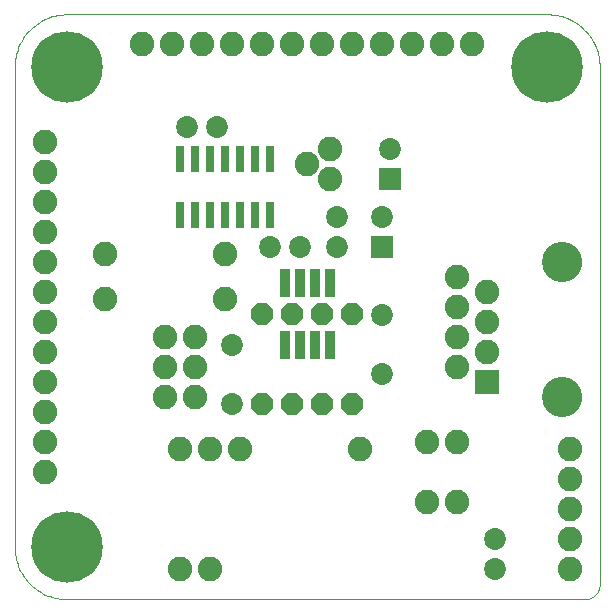
<source format=gts>
G75*
G70*
%OFA0B0*%
%FSLAX24Y24*%
%IPPOS*%
%LPD*%
%AMOC8*
5,1,8,0,0,1.08239X$1,22.5*
%
%ADD10C,0.0000*%
%ADD11C,0.0820*%
%ADD12R,0.0300X0.0860*%
%ADD13R,0.0820X0.0820*%
%ADD14C,0.1340*%
%ADD15C,0.0730*%
%ADD16C,0.2380*%
%ADD17OC8,0.0710*%
%ADD18R,0.0320X0.0950*%
%ADD19R,0.0730X0.0730*%
D10*
X002425Y000675D02*
X019675Y000675D01*
X019719Y000677D01*
X019762Y000683D01*
X019804Y000692D01*
X019846Y000705D01*
X019886Y000722D01*
X019925Y000742D01*
X019962Y000765D01*
X019996Y000792D01*
X020029Y000821D01*
X020058Y000854D01*
X020085Y000888D01*
X020108Y000925D01*
X020128Y000964D01*
X020145Y001004D01*
X020158Y001046D01*
X020167Y001088D01*
X020173Y001131D01*
X020175Y001175D01*
X020175Y018425D01*
X020173Y018508D01*
X020167Y018591D01*
X020157Y018674D01*
X020143Y018756D01*
X020126Y018838D01*
X020104Y018918D01*
X020079Y018997D01*
X020050Y019075D01*
X020017Y019152D01*
X019980Y019227D01*
X019941Y019300D01*
X019897Y019371D01*
X019851Y019440D01*
X019801Y019507D01*
X019748Y019571D01*
X019692Y019633D01*
X019633Y019692D01*
X019571Y019748D01*
X019507Y019801D01*
X019440Y019851D01*
X019371Y019897D01*
X019300Y019941D01*
X019227Y019980D01*
X019152Y020017D01*
X019075Y020050D01*
X018997Y020079D01*
X018918Y020104D01*
X018838Y020126D01*
X018756Y020143D01*
X018674Y020157D01*
X018591Y020167D01*
X018508Y020173D01*
X018425Y020175D01*
X002425Y020175D01*
X002342Y020173D01*
X002259Y020167D01*
X002176Y020157D01*
X002094Y020143D01*
X002012Y020126D01*
X001932Y020104D01*
X001853Y020079D01*
X001775Y020050D01*
X001698Y020017D01*
X001623Y019980D01*
X001550Y019941D01*
X001479Y019897D01*
X001410Y019851D01*
X001343Y019801D01*
X001279Y019748D01*
X001217Y019692D01*
X001158Y019633D01*
X001102Y019571D01*
X001049Y019507D01*
X000999Y019440D01*
X000953Y019371D01*
X000909Y019300D01*
X000870Y019227D01*
X000833Y019152D01*
X000800Y019075D01*
X000771Y018997D01*
X000746Y018918D01*
X000724Y018838D01*
X000707Y018756D01*
X000693Y018674D01*
X000683Y018591D01*
X000677Y018508D01*
X000675Y018425D01*
X000675Y002425D01*
X000677Y002342D01*
X000683Y002259D01*
X000693Y002176D01*
X000707Y002094D01*
X000724Y002012D01*
X000746Y001932D01*
X000771Y001853D01*
X000800Y001775D01*
X000833Y001698D01*
X000870Y001623D01*
X000909Y001550D01*
X000953Y001479D01*
X000999Y001410D01*
X001049Y001343D01*
X001102Y001279D01*
X001158Y001217D01*
X001217Y001158D01*
X001279Y001102D01*
X001343Y001049D01*
X001410Y000999D01*
X001479Y000953D01*
X001550Y000909D01*
X001623Y000870D01*
X001698Y000833D01*
X001775Y000800D01*
X001853Y000771D01*
X001932Y000746D01*
X002012Y000724D01*
X002094Y000707D01*
X002176Y000693D01*
X002259Y000683D01*
X002342Y000677D01*
X002425Y000675D01*
X018295Y007425D02*
X018297Y007475D01*
X018303Y007525D01*
X018313Y007574D01*
X018327Y007622D01*
X018344Y007669D01*
X018365Y007714D01*
X018390Y007758D01*
X018418Y007799D01*
X018450Y007838D01*
X018484Y007875D01*
X018521Y007909D01*
X018561Y007939D01*
X018603Y007966D01*
X018647Y007990D01*
X018693Y008011D01*
X018740Y008027D01*
X018788Y008040D01*
X018838Y008049D01*
X018887Y008054D01*
X018938Y008055D01*
X018988Y008052D01*
X019037Y008045D01*
X019086Y008034D01*
X019134Y008019D01*
X019180Y008001D01*
X019225Y007979D01*
X019268Y007953D01*
X019309Y007924D01*
X019348Y007892D01*
X019384Y007857D01*
X019416Y007819D01*
X019446Y007779D01*
X019473Y007736D01*
X019496Y007692D01*
X019515Y007646D01*
X019531Y007598D01*
X019543Y007549D01*
X019551Y007500D01*
X019555Y007450D01*
X019555Y007400D01*
X019551Y007350D01*
X019543Y007301D01*
X019531Y007252D01*
X019515Y007204D01*
X019496Y007158D01*
X019473Y007114D01*
X019446Y007071D01*
X019416Y007031D01*
X019384Y006993D01*
X019348Y006958D01*
X019309Y006926D01*
X019268Y006897D01*
X019225Y006871D01*
X019180Y006849D01*
X019134Y006831D01*
X019086Y006816D01*
X019037Y006805D01*
X018988Y006798D01*
X018938Y006795D01*
X018887Y006796D01*
X018838Y006801D01*
X018788Y006810D01*
X018740Y006823D01*
X018693Y006839D01*
X018647Y006860D01*
X018603Y006884D01*
X018561Y006911D01*
X018521Y006941D01*
X018484Y006975D01*
X018450Y007012D01*
X018418Y007051D01*
X018390Y007092D01*
X018365Y007136D01*
X018344Y007181D01*
X018327Y007228D01*
X018313Y007276D01*
X018303Y007325D01*
X018297Y007375D01*
X018295Y007425D01*
X018295Y011925D02*
X018297Y011975D01*
X018303Y012025D01*
X018313Y012074D01*
X018327Y012122D01*
X018344Y012169D01*
X018365Y012214D01*
X018390Y012258D01*
X018418Y012299D01*
X018450Y012338D01*
X018484Y012375D01*
X018521Y012409D01*
X018561Y012439D01*
X018603Y012466D01*
X018647Y012490D01*
X018693Y012511D01*
X018740Y012527D01*
X018788Y012540D01*
X018838Y012549D01*
X018887Y012554D01*
X018938Y012555D01*
X018988Y012552D01*
X019037Y012545D01*
X019086Y012534D01*
X019134Y012519D01*
X019180Y012501D01*
X019225Y012479D01*
X019268Y012453D01*
X019309Y012424D01*
X019348Y012392D01*
X019384Y012357D01*
X019416Y012319D01*
X019446Y012279D01*
X019473Y012236D01*
X019496Y012192D01*
X019515Y012146D01*
X019531Y012098D01*
X019543Y012049D01*
X019551Y012000D01*
X019555Y011950D01*
X019555Y011900D01*
X019551Y011850D01*
X019543Y011801D01*
X019531Y011752D01*
X019515Y011704D01*
X019496Y011658D01*
X019473Y011614D01*
X019446Y011571D01*
X019416Y011531D01*
X019384Y011493D01*
X019348Y011458D01*
X019309Y011426D01*
X019268Y011397D01*
X019225Y011371D01*
X019180Y011349D01*
X019134Y011331D01*
X019086Y011316D01*
X019037Y011305D01*
X018988Y011298D01*
X018938Y011295D01*
X018887Y011296D01*
X018838Y011301D01*
X018788Y011310D01*
X018740Y011323D01*
X018693Y011339D01*
X018647Y011360D01*
X018603Y011384D01*
X018561Y011411D01*
X018521Y011441D01*
X018484Y011475D01*
X018450Y011512D01*
X018418Y011551D01*
X018390Y011592D01*
X018365Y011636D01*
X018344Y011681D01*
X018327Y011728D01*
X018313Y011776D01*
X018303Y011825D01*
X018297Y011875D01*
X018295Y011925D01*
D11*
X016425Y010925D03*
X015425Y010425D03*
X015425Y011425D03*
X016425Y009925D03*
X015425Y009425D03*
X016425Y008925D03*
X015425Y008425D03*
X015425Y005925D03*
X014425Y005925D03*
X012175Y005675D03*
X014425Y003925D03*
X015425Y003925D03*
X019175Y003675D03*
X019175Y002675D03*
X019175Y001675D03*
X019175Y004675D03*
X019175Y005675D03*
X011175Y014675D03*
X010425Y015175D03*
X011175Y015675D03*
X010925Y019175D03*
X009925Y019175D03*
X008925Y019175D03*
X007925Y019175D03*
X006925Y019175D03*
X005925Y019175D03*
X004925Y019175D03*
X001675Y015925D03*
X001675Y014925D03*
X001675Y013925D03*
X001675Y012925D03*
X001675Y011925D03*
X001675Y010925D03*
X001675Y009925D03*
X001675Y008925D03*
X001675Y007925D03*
X001675Y006925D03*
X001675Y005925D03*
X001675Y004925D03*
X005675Y007425D03*
X006675Y007425D03*
X006675Y008425D03*
X005675Y008425D03*
X005675Y009425D03*
X006675Y009425D03*
X007675Y010675D03*
X007675Y012175D03*
X003675Y012175D03*
X003675Y010675D03*
X006175Y005675D03*
X007175Y005675D03*
X008175Y005675D03*
X007175Y001675D03*
X006175Y001675D03*
X011925Y019175D03*
X012925Y019175D03*
X013925Y019175D03*
X014925Y019175D03*
X015925Y019175D03*
D12*
X009175Y015355D03*
X008675Y015355D03*
X008175Y015355D03*
X007675Y015355D03*
X007175Y015355D03*
X006675Y015355D03*
X006175Y015355D03*
X006175Y013495D03*
X006675Y013495D03*
X007175Y013495D03*
X007675Y013495D03*
X008175Y013495D03*
X008675Y013495D03*
X009175Y013495D03*
D13*
X016425Y007925D03*
D14*
X018925Y007425D03*
X018925Y011925D03*
D15*
X013175Y015675D03*
X012925Y013425D03*
X011425Y013425D03*
X011425Y012425D03*
X010175Y012425D03*
X009175Y012425D03*
X007925Y009159D03*
X007925Y007191D03*
X012925Y008191D03*
X012925Y010159D03*
X007425Y016425D03*
X006425Y016425D03*
X016675Y002675D03*
X016675Y001675D03*
D16*
X002425Y002425D03*
X002425Y018425D03*
X018425Y018425D03*
D17*
X011925Y010175D03*
X010925Y010175D03*
X009925Y010175D03*
X008925Y010175D03*
X008925Y007175D03*
X009925Y007175D03*
X010925Y007175D03*
X011925Y007175D03*
D18*
X011175Y009145D03*
X010675Y009145D03*
X010175Y009145D03*
X009675Y009145D03*
X009675Y011205D03*
X010175Y011205D03*
X010675Y011205D03*
X011175Y011205D03*
D19*
X012925Y012425D03*
X013175Y014675D03*
M02*

</source>
